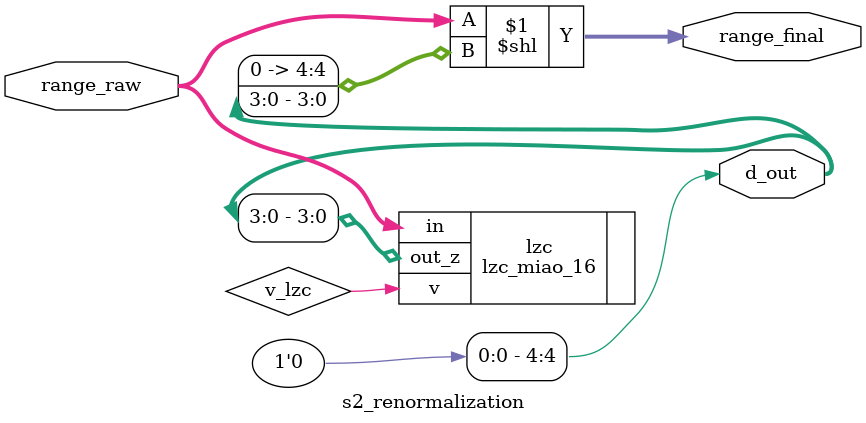
<source format=v>
/*
This stage finishes the encoding Q15 process and also executes the one-round
normalization
The One-round normalization is an adaptation of the following article:
  @INPROCEEDINGS{6116523,
    author={Z. {Liu} and D. {Wang}},
    booktitle={2011 18th IEEE International Conference on Image Processing},
    title={One-round renormalization based 2-bin/cycle H.264/AVC CABAC encoder},
    year={2011},
    volume={},
    number={},
    pages={369-372},
    doi={10.1109/ICIP.2011.6116523}
  }
*/

module stage_2 #(
  parameter RANGE_WIDTH = 16,
  parameter D_SIZE = 5,
  parameter SYMBOL_WIDTH = 4
  )(
    input [(RANGE_WIDTH-1):0] UU, VV, in_range, lut_u, lut_v,
    input COMP_mux_1,
    // bool
    input [(SYMBOL_WIDTH-1):0] symbol_1, symbol_2, symbol_3, symbol_4,
    input bool_flag_1, bool_flag_2, bool_flag_3, bool_flag_4,
    // former stage 3 outputs
    output wire [RANGE_WIDTH:0] u,
    output wire [(RANGE_WIDTH-1):0] pre_low_1, pre_low_2, pre_low_3, pre_low_4,
    output wire [(RANGE_WIDTH-1):0] initial_range_1, initial_range_2, out_range,
    output wire [(RANGE_WIDTH-1):0] initial_range_3, initial_range_4,
    output wire [(D_SIZE-1):0] out_d_1, out_d_2, out_d_3, out_d_4,
    output wire bool_1, bool_2, symbol_out_1, symbol_out_2,
    output wire bool_3, bool_4, symbol_out_3, symbol_out_4,
    output wire COMP_mux_1_out
  );
  wire [(RANGE_WIDTH-1):0] range_bool_1, range_bool_2, range_cdf;
  wire [(D_SIZE-1):0] d_cdf, d_bool_1, d_bool_2;


  // CDF block returns the Range already normalized
  s2_cdf #(
    .RANGE_WIDTH (RANGE_WIDTH),
    .D_SIZE (D_SIZE)
    ) s2_cdf (
      .UU (UU),
      .VV (VV),
      .in_range (in_range),
      .lut_u (lut_u),
      .lut_v (lut_v),
      .COMP_mux_1 (COMP_mux_1),
      // Outputs
      .u (u),
      .out_range (range_cdf),
      .d_out (d_cdf)
  );

  // bool
  s2_bool #(
    .RANGE_WIDTH (RANGE_WIDTH),
    .SYMBOL_WIDTH (SYMBOL_WIDTH)
    ) s2_bool_1 (
      .in_range (in_range),
      .symbol (symbol_1),
      // Outputs
      .out_range (range_bool_1),
      .range_1 (pre_low_1),
      .out_d (d_bool_1)
  );

  s2_bool #(
    .RANGE_WIDTH (RANGE_WIDTH),
    .SYMBOL_WIDTH (SYMBOL_WIDTH)
    ) s2_bool_2 (
      .in_range (range_bool_1),
      .symbol (symbol_2),
      // Outputs
      .out_range (range_bool_2),
      .range_1 (pre_low_2),
      .out_d (d_bool_2)
  );
  // -------------------
  // Outputs
  assign out_range =  (bool_flag_1) ? ((bool_flag_2) ? range_bool_2 :
                                      range_bool_1) :
                      range_cdf;
  assign out_d_1 =  (bool_flag_1) ? d_bool_1 :
                    d_cdf;
  assign out_d_2 = d_bool_2;
  assign initial_range_1 = in_range;
  assign initial_range_2 = range_bool_1;// Output from Bool_1 = Input of Bool_2
  assign bool_1 = bool_flag_1;
  assign bool_2 = bool_flag_2;
  assign symbol_out_1 = symbol_1[0];
  assign symbol_out_2 = symbol_2[0];
  assign COMP_mux_1_out = COMP_mux_1;
endmodule

module s2_cdf #(
  parameter RANGE_WIDTH = 16,
  parameter D_SIZE = 5
  )(
    input [(RANGE_WIDTH-1):0] UU, VV, in_range, lut_u, lut_v,
    input COMP_mux_1,
    // Outputs
    output wire [RANGE_WIDTH:0] u,
    output wire [(D_SIZE-1):0] d_out,
    output wire [(RANGE_WIDTH-1):0] out_range
  );
  // Non-boolean block
  // u = ((Range_in >> 8) * (FL >> 6) >> 1) + 4 * (N - (s - 1))
  // v = ((Range_in >> 8) * (FH >> 6) >> 1) + 4 * (N - (s - 0))
  wire [(RANGE_WIDTH-1):0] RR, range_1, range_2, range_raw;
  wire [(RANGE_WIDTH):0] v;

  assign RR = in_range >> 8;

  assign u = (RR * UU >> 1) + lut_u;
  assign v = (RR * VV >> 1) + lut_v;

  assign range_1 = u[(RANGE_WIDTH-1):0] - v[(RANGE_WIDTH-1):0];
  assign range_2 = in_range - v[(RANGE_WIDTH-1):0];

  assign range_raw =  (COMP_mux_1 == 1'b1) ? range_1 :
                      range_2;
  s2_renormalization #(
    .RANGE_WIDTH (RANGE_WIDTH),
    .D_SIZE (D_SIZE)
    ) s2_cdf_norm (
      .range_raw (range_raw),
      // Outputs
      .d_out (d_out),
      .range_final (out_range)
    );
endmodule

module s2_bool #(
  parameter RANGE_WIDTH = 16,
  parameter SYMBOL_WIDTH = 4,
  parameter D_SIZE = 5
  )(
    input [(RANGE_WIDTH-1):0] in_range,
    input [(SYMBOL_WIDTH-1):0] symbol,
    output wire [(D_SIZE-1):0] out_d,
    output wire [(RANGE_WIDTH-1):0] range_1, out_range
  );
  wire [(RANGE_WIDTH-1):0] range_raw;
  wire [RANGE_WIDTH:0] out_v;
  /* Boolean block
      As the probability is fixed to 50%, it is possible to change the
      original formula:
      v = ((Range_in >> 8) * (Prob >> 6) >> 1) + 4
      Prob = 50% = 16384; 16384 >> 6 = 256
  */
  assign out_v = ((in_range >> 8) << 7) + 16'd4;
  /* pre_low_bool (here range_1) is a way to use an operation already being done
  here inside Stage 3 and therefore reduce the excessive delay created by the
  parallel Boolean Operations.
  */
  assign range_1 = in_range - out_v[(RANGE_WIDTH-1):0];

  assign range_raw =  (symbol[0] == 1'b1) ? out_v[(RANGE_WIDTH-1):0] :
                      range_1;

  /* The renormalizaton process for the boolean operation doesn't require
  the use of LZC because D will never be greater than 2.
    Hence, instead of wasting area and time running the LZC here, a simple mux
  can tackle the problem.
    Assuming the worst-case scenario, in_range = 32768 and symbol[0] = 0,
  range_raw will be 16380, which generates a D = 2. */
  assign out_d =  (range_raw[RANGE_WIDTH-1] == 1'b1) ? 5'd0 :
                  (range_raw[RANGE_WIDTH-2] == 1'b1) ? 5'd1 :
                  5'd2;
  assign out_range = range_raw << out_d;
endmodule

module s2_renormalization #(
  parameter RANGE_WIDTH = 16,
  parameter D_SIZE = 5
  )(
    input [(RANGE_WIDTH-1):0] range_raw,
    output wire [(D_SIZE-1):0] d_out,  // LZC result
    output wire [(RANGE_WIDTH-1):0] range_final
  );
  wire v_lzc; // Validation bit for the LZC isn't being used
  assign d_out[(D_SIZE-1)] = 1'b0;
  lzc_miao_16 lzc (
      .in (range_raw),
      .v (v_lzc),
      .out_z (d_out[3:0])
  );
  assign range_final = range_raw << d_out;
endmodule

</source>
